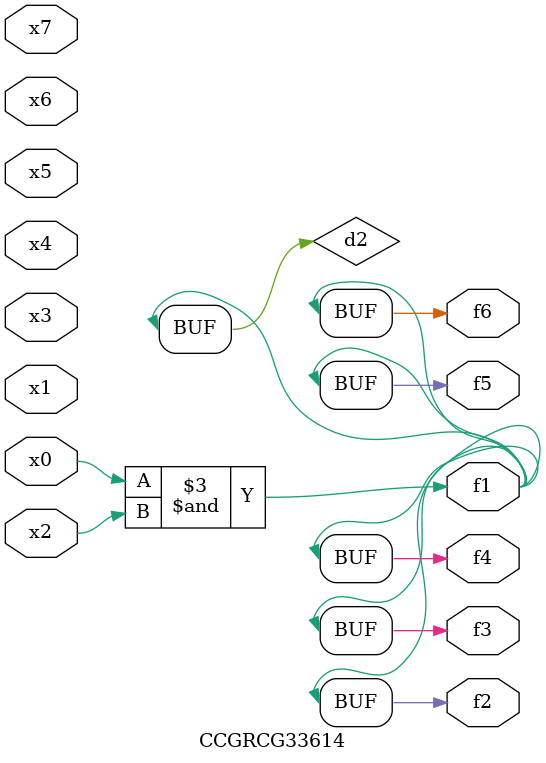
<source format=v>
module CCGRCG33614(
	input x0, x1, x2, x3, x4, x5, x6, x7,
	output f1, f2, f3, f4, f5, f6
);

	wire d1, d2;

	nor (d1, x3, x6);
	and (d2, x0, x2);
	assign f1 = d2;
	assign f2 = d2;
	assign f3 = d2;
	assign f4 = d2;
	assign f5 = d2;
	assign f6 = d2;
endmodule

</source>
